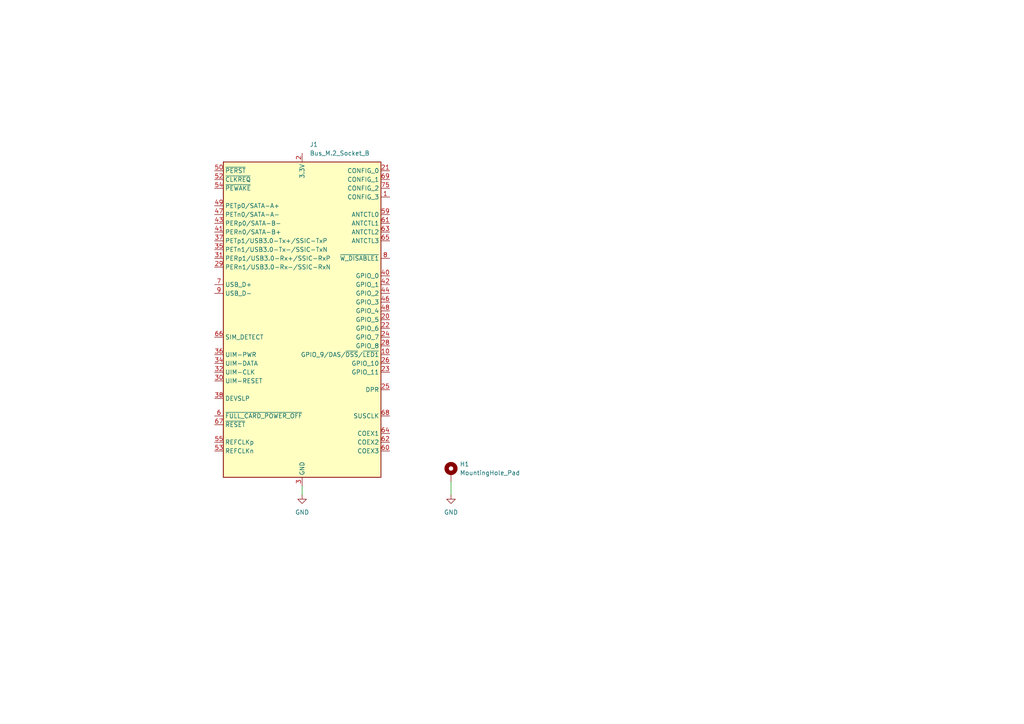
<source format=kicad_sch>
(kicad_sch (version 20230121) (generator eeschema)
  (paper "A4")
  (lib_symbols
    (symbol "Connector:Bus_M.2_Socket_B"
      (property "Reference" "J" (at -22.86 46.99 0))
      (property "Value" "Bus_M.2_Socket_B" (at 16.51 46.99 0))
      (symbol "Bus_M.2_Socket_B_0_1"
        (rectangle (start -22.86 45.72) (end 22.86 -45.72) (stroke (width 0.254)) (fill (type background)))
      )
      (symbol "Bus_M.2_Socket_B_1_1"
        (pin input line (at 25.4 35.56 180) (length 2.54) (name "CONFIG_3") (number "1"))
        (pin bidirectional line (at 25.4 -10.16 180) (length 2.54) (name "GPIO_9/DAS/~{DSS}/~{LED1}") (number "10"))
        (pin passive line (at 0 -48.26 90) (length 2.54) hide (name "GND") (number "11"))
        (pin power_in line (at 0 48.26 270) (length 2.54) (name "3.3V") (number "2"))
        (pin bidirectional line (at 25.4 0 180) (length 2.54) (name "GPIO_5") (number "20"))
        (pin input line (at 25.4 43.18 180) (length 2.54) (name "CONFIG_0") (number "21"))
        (pin bidirectional line (at 25.4 -2.54 180) (length 2.54) (name "GPIO_6") (number "22"))
        (pin bidirectional line (at 25.4 -15.24 180) (length 2.54) (name "GPIO_11") (number "23"))
        (pin bidirectional line (at 25.4 -5.08 180) (length 2.54) (name "GPIO_7") (number "24"))
        (pin output line (at 25.4 -20.32 180) (length 2.54) (name "DPR") (number "25"))
        (pin bidirectional line (at 25.4 -12.7 180) (length 2.54) (name "GPIO_10") (number "26"))
        (pin passive line (at 0 -48.26 90) (length 2.54) hide (name "GND") (number "27"))
        (pin bidirectional line (at 25.4 -7.62 180) (length 2.54) (name "GPIO_8") (number "28"))
        (pin input line (at -25.4 15.24 0) (length 2.54) (name "PERn1/USB3.0-Rx-/SSIC-RxN") (number "29"))
        (pin power_in line (at 0 -48.26 90) (length 2.54) (name "GND") (number "3"))
        (pin input line (at -25.4 -17.78 0) (length 2.54) (name "UIM-RESET") (number "30"))
        (pin input line (at -25.4 17.78 0) (length 2.54) (name "PERp1/USB3.0-Rx+/SSIC-RxP") (number "31"))
        (pin input line (at -25.4 -15.24 0) (length 2.54) (name "UIM-CLK") (number "32"))
        (pin passive line (at 0 -48.26 90) (length 2.54) hide (name "GND") (number "33"))
        (pin bidirectional line (at -25.4 -12.7 0) (length 2.54) (name "UIM-DATA") (number "34"))
        (pin output line (at -25.4 20.32 0) (length 2.54) (name "PETn1/USB3.0-Tx-/SSIC-TxN") (number "35"))
        (pin input line (at -25.4 -10.16 0) (length 2.54) (name "UIM-PWR") (number "36"))
        (pin output line (at -25.4 22.86 0) (length 2.54) (name "PETp1/USB3.0-Tx+/SSIC-TxP") (number "37"))
        (pin output line (at -25.4 -22.86 0) (length 2.54) (name "DEVSLP") (number "38"))
        (pin passive line (at 0 -48.26 90) (length 2.54) hide (name "GND") (number "39"))
        (pin passive line (at 0 48.26 270) (length 2.54) hide (name "3.3V") (number "4"))
        (pin bidirectional line (at 25.4 12.7 180) (length 2.54) (name "GPIO_0") (number "40"))
        (pin input line (at -25.4 25.4 0) (length 2.54) (name "PERn0/SATA-B+") (number "41"))
        (pin bidirectional line (at 25.4 10.16 180) (length 2.54) (name "GPIO_1") (number "42"))
        (pin input line (at -25.4 27.94 0) (length 2.54) (name "PERp0/SATA-B-") (number "43"))
        (pin bidirectional line (at 25.4 7.62 180) (length 2.54) (name "GPIO_2") (number "44"))
        (pin passive line (at 0 -48.26 90) (length 2.54) hide (name "GND") (number "45"))
        (pin bidirectional line (at 25.4 5.08 180) (length 2.54) (name "GPIO_3") (number "46"))
        (pin output line (at -25.4 30.48 0) (length 2.54) (name "PETn0/SATA-A-") (number "47"))
        (pin bidirectional line (at 25.4 2.54 180) (length 2.54) (name "GPIO_4") (number "48"))
        (pin output line (at -25.4 33.02 0) (length 2.54) (name "PETp0/SATA-A+") (number "49"))
        (pin passive line (at 0 -48.26 90) (length 2.54) hide (name "GND") (number "5"))
        (pin output line (at -25.4 43.18 0) (length 2.54) (name "~{PERST}") (number "50"))
        (pin passive line (at 0 -48.26 90) (length 2.54) hide (name "GND") (number "51"))
        (pin bidirectional line (at -25.4 40.64 0) (length 2.54) (name "~{CLKREQ}") (number "52"))
        (pin output line (at -25.4 -38.1 0) (length 2.54) (name "REFCLKn") (number "53"))
        (pin bidirectional line (at -25.4 38.1 0) (length 2.54) (name "~{PEWAKE}") (number "54"))
        (pin output line (at -25.4 -35.56 0) (length 2.54) (name "REFCLKp") (number "55"))
        (pin no_connect line (at 22.86 -43.18 180) (length 2.54) hide (name "NC") (number "56"))
        (pin passive line (at 0 -48.26 90) (length 2.54) hide (name "GND") (number "57"))
        (pin no_connect line (at 22.86 -40.64 180) (length 2.54) hide (name "NC") (number "58"))
        (pin input line (at 25.4 30.48 180) (length 2.54) (name "ANTCTL0") (number "59"))
        (pin output line (at -25.4 -27.94 0) (length 2.54) (name "~{FULL_CARD_POWER_OFF}") (number "6"))
        (pin bidirectional line (at 25.4 -38.1 180) (length 2.54) (name "COEX3") (number "60"))
        (pin input line (at 25.4 27.94 180) (length 2.54) (name "ANTCTL1") (number "61"))
        (pin bidirectional line (at 25.4 -35.56 180) (length 2.54) (name "COEX2") (number "62"))
        (pin input line (at 25.4 25.4 180) (length 2.54) (name "ANTCTL2") (number "63"))
        (pin bidirectional line (at 25.4 -33.02 180) (length 2.54) (name "COEX1") (number "64"))
        (pin input line (at 25.4 22.86 180) (length 2.54) (name "ANTCTL3") (number "65"))
        (pin output line (at -25.4 -5.08 0) (length 2.54) (name "SIM_DETECT") (number "66"))
        (pin output line (at -25.4 -30.48 0) (length 2.54) (name "~{RESET}") (number "67"))
        (pin output line (at 25.4 -27.94 180) (length 2.54) (name "SUSCLK") (number "68"))
        (pin input line (at 25.4 40.64 180) (length 2.54) (name "CONFIG_1") (number "69"))
        (pin bidirectional line (at -25.4 10.16 0) (length 2.54) (name "USB_D+") (number "7"))
        (pin passive line (at 0 48.26 270) (length 2.54) hide (name "3.3V") (number "70"))
        (pin passive line (at 0 -48.26 90) (length 2.54) hide (name "GND") (number "71"))
        (pin passive line (at 0 48.26 270) (length 2.54) hide (name "3.3V") (number "72"))
        (pin passive line (at 0 -48.26 90) (length 2.54) hide (name "GND") (number "73"))
        (pin passive line (at 0 48.26 270) (length 2.54) hide (name "3.3V") (number "74"))
        (pin input line (at 25.4 38.1 180) (length 2.54) (name "CONFIG_2") (number "75"))
        (pin output line (at 25.4 17.78 180) (length 2.54) (name "~{W_DISABLE1}") (number "8"))
        (pin bidirectional line (at -25.4 7.62 0) (length 2.54) (name "USB_D-") (number "9"))
      )
    )
    (symbol "Mechanical:MountingHole_Pad" (pin_numbers hide) (pin_names (offset 1.016) hide)
      (property "Reference" "H" (at 0 6.35 0))
      (property "Value" "MountingHole_Pad" (at 0 4.445 0))
      (symbol "MountingHole_Pad_0_1"
        (circle (center 0 1.27) (radius 1.27) (stroke (width 1.27)))
      )
      (symbol "MountingHole_Pad_1_1"
        (pin input line (at 0 -2.54 90) (length 2.54) (name "1") (number "1"))
      )
    )
    (symbol "power:GND" (power) (pin_names (offset 0))
      (property "Value" "GND" (at 0 -3.81 0))
      (symbol "GND_0_1"
        (polyline (pts (xy 0 0) (xy 0 -1.27) (xy 1.27 -1.27) (xy 0 -2.54) (xy -1.27 -1.27) (xy 0 -1.27)))
      )
      (symbol "GND_1_1"
        (pin power_in line (at 0 0 270) (length 0) hide (name "GND") (number "1"))
      )
    )
  )
  (wire (pts (xy 87.63 140.97) (xy 87.63 143.51)))
  (wire (pts (xy 130.81 139.7) (xy 130.81 143.51)))
  (symbol (lib_id "power:GND") (at 87.63 143.51 0) (unit 1)
    (property "Reference" "#PWR01" (effects hide))
    (property "Value" "GND" (at 87.63 148.59 0))
  )
  (symbol (lib_id "Connector:Bus_M.2_Socket_B") (at 87.63 92.71 0) (unit 1)
    (property "Reference" "J1" (at 89.8241 41.91 0) (effects (justify left)))
    (property "Value" "Bus_M.2_Socket_B" (at 89.8241 44.45 0) (effects (justify left)))
    (property "Footprint" "A_my_stuff:NGFF_B" (effects hide))
    (property "Datasheet" "http://read.pudn.com/downloads794/doc/project/3133918/PCIe_M.2_Electromechanical_Spec_Rev1.0_Final_11012013_RS_Clean.pdf#page=154" (effects hide))
  )
  (symbol (lib_id "power:GND") (at 130.81 143.51 0) (unit 1)
    (property "Reference" "#PWR02" (effects hide))
    (property "Value" "GND" (at 130.81 148.59 0))
  )
  (symbol (lib_id "Mechanical:MountingHole_Pad") (at 130.81 137.16 0) (unit 1)
    (property "Reference" "H1" (at 133.35 134.62 0) (effects (justify left)))
    (property "Value" "MountingHole_Pad" (at 133.35 137.16 0) (effects (justify left)))
    (property "Footprint" "TestPoint:TestPoint_Plated_Hole_D3.0mm" (effects hide))
  )
)
</source>
